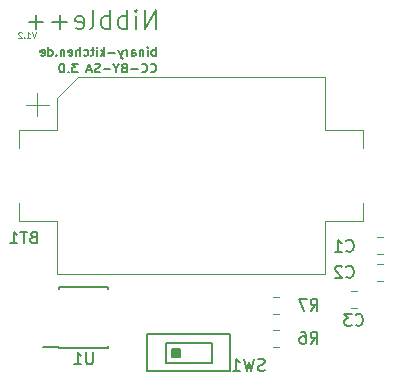
<source format=gbr>
G04 #@! TF.GenerationSoftware,KiCad,Pcbnew,5.1.9*
G04 #@! TF.CreationDate,2021-04-20T19:19:39+02:00*
G04 #@! TF.ProjectId,nibble++,6e696262-6c65-42b2-9b2e-6b696361645f,rev?*
G04 #@! TF.SameCoordinates,Original*
G04 #@! TF.FileFunction,Legend,Bot*
G04 #@! TF.FilePolarity,Positive*
%FSLAX46Y46*%
G04 Gerber Fmt 4.6, Leading zero omitted, Abs format (unit mm)*
G04 Created by KiCad (PCBNEW 5.1.9) date 2021-04-20 19:19:39*
%MOMM*%
%LPD*%
G01*
G04 APERTURE LIST*
%ADD10C,0.187500*%
%ADD11C,0.110000*%
%ADD12C,0.140000*%
%ADD13C,0.120000*%
%ADD14C,0.150000*%
G04 APERTURE END LIST*
D10*
X97033172Y-87591809D02*
X97033172Y-85991809D01*
X96118886Y-87591809D01*
X96118886Y-85991809D01*
X95356982Y-87591809D02*
X95356982Y-86525142D01*
X95356982Y-85991809D02*
X95433172Y-86068000D01*
X95356982Y-86144190D01*
X95280791Y-86068000D01*
X95356982Y-85991809D01*
X95356982Y-86144190D01*
X94595077Y-87591809D02*
X94595077Y-85991809D01*
X94595077Y-86601333D02*
X94442696Y-86525142D01*
X94137934Y-86525142D01*
X93985553Y-86601333D01*
X93909363Y-86677523D01*
X93833172Y-86829904D01*
X93833172Y-87287047D01*
X93909363Y-87439428D01*
X93985553Y-87515619D01*
X94137934Y-87591809D01*
X94442696Y-87591809D01*
X94595077Y-87515619D01*
X93147458Y-87591809D02*
X93147458Y-85991809D01*
X93147458Y-86601333D02*
X92995077Y-86525142D01*
X92690315Y-86525142D01*
X92537934Y-86601333D01*
X92461744Y-86677523D01*
X92385553Y-86829904D01*
X92385553Y-87287047D01*
X92461744Y-87439428D01*
X92537934Y-87515619D01*
X92690315Y-87591809D01*
X92995077Y-87591809D01*
X93147458Y-87515619D01*
X91471267Y-87591809D02*
X91623648Y-87515619D01*
X91699839Y-87363238D01*
X91699839Y-85991809D01*
X90252220Y-87515619D02*
X90404601Y-87591809D01*
X90709363Y-87591809D01*
X90861744Y-87515619D01*
X90937934Y-87363238D01*
X90937934Y-86753714D01*
X90861744Y-86601333D01*
X90709363Y-86525142D01*
X90404601Y-86525142D01*
X90252220Y-86601333D01*
X90176029Y-86753714D01*
X90176029Y-86906095D01*
X90937934Y-87058476D01*
X89490315Y-86982285D02*
X88271267Y-86982285D01*
X88880791Y-87591809D02*
X88880791Y-86372761D01*
X87509363Y-86982285D02*
X86290315Y-86982285D01*
X86899839Y-87591809D02*
X86899839Y-86372761D01*
D11*
X86867904Y-87864190D02*
X86701238Y-88364190D01*
X86534571Y-87864190D01*
X86106000Y-88364190D02*
X86391714Y-88364190D01*
X86248857Y-88364190D02*
X86248857Y-87864190D01*
X86296476Y-87935619D01*
X86344095Y-87983238D01*
X86391714Y-88007047D01*
X85891714Y-88316571D02*
X85867904Y-88340380D01*
X85891714Y-88364190D01*
X85915523Y-88340380D01*
X85891714Y-88316571D01*
X85891714Y-88364190D01*
X85677428Y-87911809D02*
X85653619Y-87888000D01*
X85606000Y-87864190D01*
X85486952Y-87864190D01*
X85439333Y-87888000D01*
X85415523Y-87911809D01*
X85391714Y-87959428D01*
X85391714Y-88007047D01*
X85415523Y-88078476D01*
X85701238Y-88364190D01*
X85391714Y-88364190D01*
D12*
X97012428Y-89874285D02*
X97012428Y-89124285D01*
X97012428Y-89410000D02*
X96941000Y-89374285D01*
X96798142Y-89374285D01*
X96726714Y-89410000D01*
X96691000Y-89445714D01*
X96655285Y-89517142D01*
X96655285Y-89731428D01*
X96691000Y-89802857D01*
X96726714Y-89838571D01*
X96798142Y-89874285D01*
X96941000Y-89874285D01*
X97012428Y-89838571D01*
X96333857Y-89874285D02*
X96333857Y-89374285D01*
X96333857Y-89124285D02*
X96369571Y-89160000D01*
X96333857Y-89195714D01*
X96298142Y-89160000D01*
X96333857Y-89124285D01*
X96333857Y-89195714D01*
X95976714Y-89374285D02*
X95976714Y-89874285D01*
X95976714Y-89445714D02*
X95941000Y-89410000D01*
X95869571Y-89374285D01*
X95762428Y-89374285D01*
X95691000Y-89410000D01*
X95655285Y-89481428D01*
X95655285Y-89874285D01*
X94976714Y-89874285D02*
X94976714Y-89481428D01*
X95012428Y-89410000D01*
X95083857Y-89374285D01*
X95226714Y-89374285D01*
X95298142Y-89410000D01*
X94976714Y-89838571D02*
X95048142Y-89874285D01*
X95226714Y-89874285D01*
X95298142Y-89838571D01*
X95333857Y-89767142D01*
X95333857Y-89695714D01*
X95298142Y-89624285D01*
X95226714Y-89588571D01*
X95048142Y-89588571D01*
X94976714Y-89552857D01*
X94619571Y-89874285D02*
X94619571Y-89374285D01*
X94619571Y-89517142D02*
X94583857Y-89445714D01*
X94548142Y-89410000D01*
X94476714Y-89374285D01*
X94405285Y-89374285D01*
X94226714Y-89374285D02*
X94048142Y-89874285D01*
X93869571Y-89374285D02*
X94048142Y-89874285D01*
X94119571Y-90052857D01*
X94155285Y-90088571D01*
X94226714Y-90124285D01*
X93583857Y-89588571D02*
X93012428Y-89588571D01*
X92655285Y-89874285D02*
X92655285Y-89124285D01*
X92583857Y-89588571D02*
X92369571Y-89874285D01*
X92369571Y-89374285D02*
X92655285Y-89660000D01*
X92048142Y-89874285D02*
X92048142Y-89374285D01*
X92048142Y-89124285D02*
X92083857Y-89160000D01*
X92048142Y-89195714D01*
X92012428Y-89160000D01*
X92048142Y-89124285D01*
X92048142Y-89195714D01*
X91798142Y-89374285D02*
X91512428Y-89374285D01*
X91691000Y-89124285D02*
X91691000Y-89767142D01*
X91655285Y-89838571D01*
X91583857Y-89874285D01*
X91512428Y-89874285D01*
X90941000Y-89838571D02*
X91012428Y-89874285D01*
X91155285Y-89874285D01*
X91226714Y-89838571D01*
X91262428Y-89802857D01*
X91298142Y-89731428D01*
X91298142Y-89517142D01*
X91262428Y-89445714D01*
X91226714Y-89410000D01*
X91155285Y-89374285D01*
X91012428Y-89374285D01*
X90941000Y-89410000D01*
X90619571Y-89874285D02*
X90619571Y-89124285D01*
X90298142Y-89874285D02*
X90298142Y-89481428D01*
X90333857Y-89410000D01*
X90405285Y-89374285D01*
X90512428Y-89374285D01*
X90583857Y-89410000D01*
X90619571Y-89445714D01*
X89655285Y-89838571D02*
X89726714Y-89874285D01*
X89869571Y-89874285D01*
X89941000Y-89838571D01*
X89976714Y-89767142D01*
X89976714Y-89481428D01*
X89941000Y-89410000D01*
X89869571Y-89374285D01*
X89726714Y-89374285D01*
X89655285Y-89410000D01*
X89619571Y-89481428D01*
X89619571Y-89552857D01*
X89976714Y-89624285D01*
X89298142Y-89374285D02*
X89298142Y-89874285D01*
X89298142Y-89445714D02*
X89262428Y-89410000D01*
X89191000Y-89374285D01*
X89083857Y-89374285D01*
X89012428Y-89410000D01*
X88976714Y-89481428D01*
X88976714Y-89874285D01*
X88619571Y-89802857D02*
X88583857Y-89838571D01*
X88619571Y-89874285D01*
X88655285Y-89838571D01*
X88619571Y-89802857D01*
X88619571Y-89874285D01*
X87941000Y-89874285D02*
X87941000Y-89124285D01*
X87941000Y-89838571D02*
X88012428Y-89874285D01*
X88155285Y-89874285D01*
X88226714Y-89838571D01*
X88262428Y-89802857D01*
X88298142Y-89731428D01*
X88298142Y-89517142D01*
X88262428Y-89445714D01*
X88226714Y-89410000D01*
X88155285Y-89374285D01*
X88012428Y-89374285D01*
X87941000Y-89410000D01*
X87298142Y-89838571D02*
X87369571Y-89874285D01*
X87512428Y-89874285D01*
X87583857Y-89838571D01*
X87619571Y-89767142D01*
X87619571Y-89481428D01*
X87583857Y-89410000D01*
X87512428Y-89374285D01*
X87369571Y-89374285D01*
X87298142Y-89410000D01*
X87262428Y-89481428D01*
X87262428Y-89552857D01*
X87619571Y-89624285D01*
X96583857Y-91199857D02*
X96619571Y-91235571D01*
X96726714Y-91271285D01*
X96798142Y-91271285D01*
X96905285Y-91235571D01*
X96976714Y-91164142D01*
X97012428Y-91092714D01*
X97048142Y-90949857D01*
X97048142Y-90842714D01*
X97012428Y-90699857D01*
X96976714Y-90628428D01*
X96905285Y-90557000D01*
X96798142Y-90521285D01*
X96726714Y-90521285D01*
X96619571Y-90557000D01*
X96583857Y-90592714D01*
X95833857Y-91199857D02*
X95869571Y-91235571D01*
X95976714Y-91271285D01*
X96048142Y-91271285D01*
X96155285Y-91235571D01*
X96226714Y-91164142D01*
X96262428Y-91092714D01*
X96298142Y-90949857D01*
X96298142Y-90842714D01*
X96262428Y-90699857D01*
X96226714Y-90628428D01*
X96155285Y-90557000D01*
X96048142Y-90521285D01*
X95976714Y-90521285D01*
X95869571Y-90557000D01*
X95833857Y-90592714D01*
X95512428Y-90985571D02*
X94941000Y-90985571D01*
X94333857Y-90878428D02*
X94226714Y-90914142D01*
X94191000Y-90949857D01*
X94155285Y-91021285D01*
X94155285Y-91128428D01*
X94191000Y-91199857D01*
X94226714Y-91235571D01*
X94298142Y-91271285D01*
X94583857Y-91271285D01*
X94583857Y-90521285D01*
X94333857Y-90521285D01*
X94262428Y-90557000D01*
X94226714Y-90592714D01*
X94191000Y-90664142D01*
X94191000Y-90735571D01*
X94226714Y-90807000D01*
X94262428Y-90842714D01*
X94333857Y-90878428D01*
X94583857Y-90878428D01*
X93691000Y-90914142D02*
X93691000Y-91271285D01*
X93941000Y-90521285D02*
X93691000Y-90914142D01*
X93441000Y-90521285D01*
X93191000Y-90985571D02*
X92619571Y-90985571D01*
X92298142Y-91235571D02*
X92191000Y-91271285D01*
X92012428Y-91271285D01*
X91941000Y-91235571D01*
X91905285Y-91199857D01*
X91869571Y-91128428D01*
X91869571Y-91057000D01*
X91905285Y-90985571D01*
X91941000Y-90949857D01*
X92012428Y-90914142D01*
X92155285Y-90878428D01*
X92226714Y-90842714D01*
X92262428Y-90807000D01*
X92298142Y-90735571D01*
X92298142Y-90664142D01*
X92262428Y-90592714D01*
X92226714Y-90557000D01*
X92155285Y-90521285D01*
X91976714Y-90521285D01*
X91869571Y-90557000D01*
X91583857Y-91057000D02*
X91226714Y-91057000D01*
X91655285Y-91271285D02*
X91405285Y-90521285D01*
X91155285Y-91271285D01*
X90405285Y-90521285D02*
X89941000Y-90521285D01*
X90191000Y-90807000D01*
X90083857Y-90807000D01*
X90012428Y-90842714D01*
X89976714Y-90878428D01*
X89941000Y-90949857D01*
X89941000Y-91128428D01*
X89976714Y-91199857D01*
X90012428Y-91235571D01*
X90083857Y-91271285D01*
X90298142Y-91271285D01*
X90369571Y-91235571D01*
X90405285Y-91199857D01*
X89619571Y-91199857D02*
X89583857Y-91235571D01*
X89619571Y-91271285D01*
X89655285Y-91235571D01*
X89619571Y-91199857D01*
X89619571Y-91271285D01*
X89119571Y-90521285D02*
X89048142Y-90521285D01*
X88976714Y-90557000D01*
X88941000Y-90592714D01*
X88905285Y-90664142D01*
X88869571Y-90807000D01*
X88869571Y-90985571D01*
X88905285Y-91128428D01*
X88941000Y-91199857D01*
X88976714Y-91235571D01*
X89048142Y-91271285D01*
X89119571Y-91271285D01*
X89191000Y-91235571D01*
X89226714Y-91199857D01*
X89262428Y-91128428D01*
X89298142Y-90985571D01*
X89298142Y-90807000D01*
X89262428Y-90664142D01*
X89226714Y-90592714D01*
X89191000Y-90557000D01*
X89119571Y-90521285D01*
D13*
X116261252Y-106628000D02*
X115738748Y-106628000D01*
X116261252Y-105208000D02*
X115738748Y-105208000D01*
X116261252Y-108914000D02*
X115738748Y-108914000D01*
X116261252Y-107494000D02*
X115738748Y-107494000D01*
X113539748Y-109780000D02*
X114062252Y-109780000D01*
X113539748Y-111200000D02*
X114062252Y-111200000D01*
X106917748Y-113082000D02*
X107440252Y-113082000D01*
X106917748Y-114502000D02*
X107440252Y-114502000D01*
X106917748Y-110288000D02*
X107440252Y-110288000D01*
X106917748Y-111708000D02*
X107440252Y-111708000D01*
D14*
X88857000Y-114539000D02*
X87457000Y-114539000D01*
X88857000Y-109439000D02*
X93007000Y-109439000D01*
X88857000Y-114589000D02*
X93007000Y-114589000D01*
X88857000Y-109439000D02*
X88857000Y-109584000D01*
X93007000Y-109439000D02*
X93007000Y-109584000D01*
X93007000Y-114589000D02*
X93007000Y-114444000D01*
X88857000Y-114589000D02*
X88857000Y-114539000D01*
D13*
X111350000Y-96150000D02*
X114550000Y-96150000D01*
X114550000Y-96150000D02*
X114550000Y-97700000D01*
X111350000Y-91650000D02*
X111350000Y-96150000D01*
X111350000Y-91650000D02*
X90450000Y-91650000D01*
X88650000Y-93450000D02*
X88650000Y-96150000D01*
X90450000Y-91650000D02*
X88650000Y-93450000D01*
X88650000Y-96150000D02*
X85450000Y-96150000D01*
X85450000Y-96150000D02*
X85450000Y-97700000D01*
X88650000Y-103850000D02*
X85450000Y-103850000D01*
X85450000Y-103850000D02*
X85450000Y-102300000D01*
X111350000Y-103850000D02*
X114550000Y-103850000D01*
X114550000Y-103850000D02*
X114550000Y-102300000D01*
X88650000Y-108350000D02*
X111350000Y-108350000D01*
X88650000Y-108350000D02*
X88650000Y-103850000D01*
X111350000Y-108350000D02*
X111350000Y-103850000D01*
X87000000Y-95000000D02*
X87000000Y-93000000D01*
X88000000Y-94000000D02*
X86000000Y-94000000D01*
D14*
X96322000Y-113456000D02*
X96322000Y-116556000D01*
X96322000Y-116556000D02*
X103322000Y-116556000D01*
X103322000Y-116556000D02*
X103322000Y-113456000D01*
X103322000Y-113456000D02*
X96322000Y-113456000D01*
X97922000Y-115856000D02*
X97922000Y-114156000D01*
X97922000Y-114156000D02*
X101822000Y-114156000D01*
X101822000Y-114156000D02*
X101822000Y-115856000D01*
X101822000Y-115856000D02*
X97922000Y-115856000D01*
X98422000Y-115356000D02*
X98422000Y-114656000D01*
X98422000Y-114656000D02*
X99122000Y-114656000D01*
X99122000Y-114656000D02*
X99122000Y-115356000D01*
X99122000Y-115356000D02*
X98422000Y-115356000D01*
G36*
X98422000Y-115356000D02*
G01*
X99122000Y-115356000D01*
X99122000Y-114656000D01*
X98422000Y-114656000D01*
X98422000Y-115356000D01*
G37*
X98422000Y-115356000D02*
X99122000Y-115356000D01*
X99122000Y-114656000D01*
X98422000Y-114656000D01*
X98422000Y-115356000D01*
X113166666Y-106357142D02*
X113214285Y-106404761D01*
X113357142Y-106452380D01*
X113452380Y-106452380D01*
X113595238Y-106404761D01*
X113690476Y-106309523D01*
X113738095Y-106214285D01*
X113785714Y-106023809D01*
X113785714Y-105880952D01*
X113738095Y-105690476D01*
X113690476Y-105595238D01*
X113595238Y-105500000D01*
X113452380Y-105452380D01*
X113357142Y-105452380D01*
X113214285Y-105500000D01*
X113166666Y-105547619D01*
X112214285Y-106452380D02*
X112785714Y-106452380D01*
X112500000Y-106452380D02*
X112500000Y-105452380D01*
X112595238Y-105595238D01*
X112690476Y-105690476D01*
X112785714Y-105738095D01*
X113166666Y-108561142D02*
X113214285Y-108608761D01*
X113357142Y-108656380D01*
X113452380Y-108656380D01*
X113595238Y-108608761D01*
X113690476Y-108513523D01*
X113738095Y-108418285D01*
X113785714Y-108227809D01*
X113785714Y-108084952D01*
X113738095Y-107894476D01*
X113690476Y-107799238D01*
X113595238Y-107704000D01*
X113452380Y-107656380D01*
X113357142Y-107656380D01*
X113214285Y-107704000D01*
X113166666Y-107751619D01*
X112785714Y-107751619D02*
X112738095Y-107704000D01*
X112642857Y-107656380D01*
X112404761Y-107656380D01*
X112309523Y-107704000D01*
X112261904Y-107751619D01*
X112214285Y-107846857D01*
X112214285Y-107942095D01*
X112261904Y-108084952D01*
X112833333Y-108656380D01*
X112214285Y-108656380D01*
X113958666Y-112625142D02*
X114006285Y-112672761D01*
X114149142Y-112720380D01*
X114244380Y-112720380D01*
X114387238Y-112672761D01*
X114482476Y-112577523D01*
X114530095Y-112482285D01*
X114577714Y-112291809D01*
X114577714Y-112148952D01*
X114530095Y-111958476D01*
X114482476Y-111863238D01*
X114387238Y-111768000D01*
X114244380Y-111720380D01*
X114149142Y-111720380D01*
X114006285Y-111768000D01*
X113958666Y-111815619D01*
X113625333Y-111720380D02*
X113006285Y-111720380D01*
X113339619Y-112101333D01*
X113196761Y-112101333D01*
X113101523Y-112148952D01*
X113053904Y-112196571D01*
X113006285Y-112291809D01*
X113006285Y-112529904D01*
X113053904Y-112625142D01*
X113101523Y-112672761D01*
X113196761Y-112720380D01*
X113482476Y-112720380D01*
X113577714Y-112672761D01*
X113625333Y-112625142D01*
X110148666Y-114244380D02*
X110482000Y-113768190D01*
X110720095Y-114244380D02*
X110720095Y-113244380D01*
X110339142Y-113244380D01*
X110243904Y-113292000D01*
X110196285Y-113339619D01*
X110148666Y-113434857D01*
X110148666Y-113577714D01*
X110196285Y-113672952D01*
X110243904Y-113720571D01*
X110339142Y-113768190D01*
X110720095Y-113768190D01*
X109291523Y-113244380D02*
X109482000Y-113244380D01*
X109577238Y-113292000D01*
X109624857Y-113339619D01*
X109720095Y-113482476D01*
X109767714Y-113672952D01*
X109767714Y-114053904D01*
X109720095Y-114149142D01*
X109672476Y-114196761D01*
X109577238Y-114244380D01*
X109386761Y-114244380D01*
X109291523Y-114196761D01*
X109243904Y-114149142D01*
X109196285Y-114053904D01*
X109196285Y-113815809D01*
X109243904Y-113720571D01*
X109291523Y-113672952D01*
X109386761Y-113625333D01*
X109577238Y-113625333D01*
X109672476Y-113672952D01*
X109720095Y-113720571D01*
X109767714Y-113815809D01*
X110148666Y-111450380D02*
X110482000Y-110974190D01*
X110720095Y-111450380D02*
X110720095Y-110450380D01*
X110339142Y-110450380D01*
X110243904Y-110498000D01*
X110196285Y-110545619D01*
X110148666Y-110640857D01*
X110148666Y-110783714D01*
X110196285Y-110878952D01*
X110243904Y-110926571D01*
X110339142Y-110974190D01*
X110720095Y-110974190D01*
X109815333Y-110450380D02*
X109148666Y-110450380D01*
X109577238Y-111450380D01*
X91693904Y-114966380D02*
X91693904Y-115775904D01*
X91646285Y-115871142D01*
X91598666Y-115918761D01*
X91503428Y-115966380D01*
X91312952Y-115966380D01*
X91217714Y-115918761D01*
X91170095Y-115871142D01*
X91122476Y-115775904D01*
X91122476Y-114966380D01*
X90122476Y-115966380D02*
X90693904Y-115966380D01*
X90408190Y-115966380D02*
X90408190Y-114966380D01*
X90503428Y-115109238D01*
X90598666Y-115204476D01*
X90693904Y-115252095D01*
X86660714Y-105228571D02*
X86517857Y-105276190D01*
X86470238Y-105323809D01*
X86422619Y-105419047D01*
X86422619Y-105561904D01*
X86470238Y-105657142D01*
X86517857Y-105704761D01*
X86613095Y-105752380D01*
X86994047Y-105752380D01*
X86994047Y-104752380D01*
X86660714Y-104752380D01*
X86565476Y-104800000D01*
X86517857Y-104847619D01*
X86470238Y-104942857D01*
X86470238Y-105038095D01*
X86517857Y-105133333D01*
X86565476Y-105180952D01*
X86660714Y-105228571D01*
X86994047Y-105228571D01*
X86136904Y-104752380D02*
X85565476Y-104752380D01*
X85851190Y-105752380D02*
X85851190Y-104752380D01*
X84708333Y-105752380D02*
X85279761Y-105752380D01*
X84994047Y-105752380D02*
X84994047Y-104752380D01*
X85089285Y-104895238D01*
X85184523Y-104990476D01*
X85279761Y-105038095D01*
X106235333Y-116482761D02*
X106092476Y-116530380D01*
X105854380Y-116530380D01*
X105759142Y-116482761D01*
X105711523Y-116435142D01*
X105663904Y-116339904D01*
X105663904Y-116244666D01*
X105711523Y-116149428D01*
X105759142Y-116101809D01*
X105854380Y-116054190D01*
X106044857Y-116006571D01*
X106140095Y-115958952D01*
X106187714Y-115911333D01*
X106235333Y-115816095D01*
X106235333Y-115720857D01*
X106187714Y-115625619D01*
X106140095Y-115578000D01*
X106044857Y-115530380D01*
X105806761Y-115530380D01*
X105663904Y-115578000D01*
X105330571Y-115530380D02*
X105092476Y-116530380D01*
X104902000Y-115816095D01*
X104711523Y-116530380D01*
X104473428Y-115530380D01*
X103568666Y-116530380D02*
X104140095Y-116530380D01*
X103854380Y-116530380D02*
X103854380Y-115530380D01*
X103949619Y-115673238D01*
X104044857Y-115768476D01*
X104140095Y-115816095D01*
M02*

</source>
